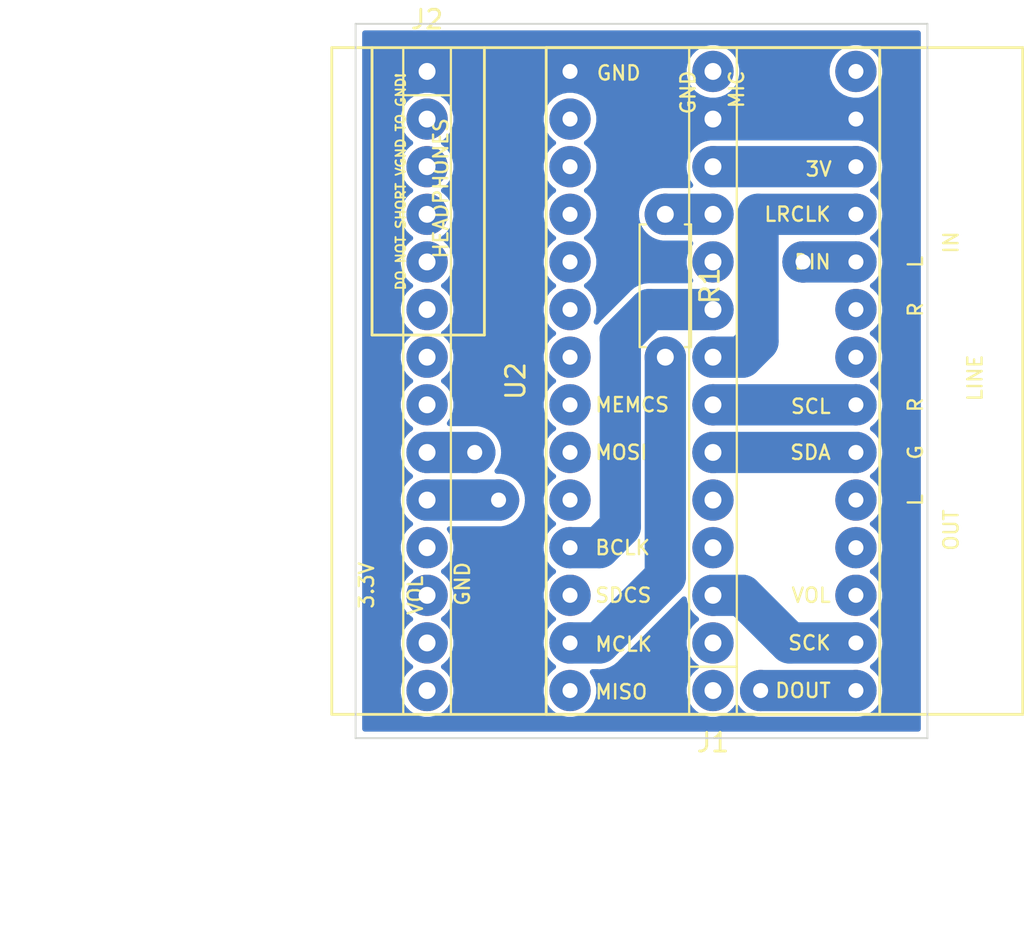
<source format=kicad_pcb>
(kicad_pcb (version 20171130) (host pcbnew "(5.1.6)-1")

  (general
    (thickness 1.6)
    (drawings 6)
    (tracks 30)
    (zones 0)
    (modules 4)
    (nets 46)
  )

  (page A4)
  (layers
    (0 F.Cu signal)
    (31 B.Cu signal)
    (32 B.Adhes user)
    (33 F.Adhes user)
    (34 B.Paste user)
    (35 F.Paste user)
    (36 B.SilkS user)
    (37 F.SilkS user)
    (38 B.Mask user)
    (39 F.Mask user)
    (40 Dwgs.User user)
    (41 Cmts.User user)
    (42 Eco1.User user)
    (43 Eco2.User user)
    (44 Edge.Cuts user)
    (45 Margin user)
    (46 B.CrtYd user)
    (47 F.CrtYd user)
    (48 B.Fab user)
    (49 F.Fab user)
  )

  (setup
    (last_trace_width 0.25)
    (user_trace_width 1)
    (user_trace_width 1.5)
    (user_trace_width 2.2)
    (trace_clearance 0.2)
    (zone_clearance 0.508)
    (zone_45_only no)
    (trace_min 0.2)
    (via_size 0.8)
    (via_drill 0.4)
    (via_min_size 0.4)
    (via_min_drill 0.3)
    (user_via 2.2 0.8)
    (uvia_size 0.3)
    (uvia_drill 0.1)
    (uvias_allowed no)
    (uvia_min_size 0.2)
    (uvia_min_drill 0.1)
    (edge_width 0.1)
    (segment_width 0.2)
    (pcb_text_width 0.3)
    (pcb_text_size 1.5 1.5)
    (mod_edge_width 0.15)
    (mod_text_size 1 1)
    (mod_text_width 0.15)
    (pad_size 2.2 2.2)
    (pad_drill 0.9)
    (pad_to_mask_clearance 0)
    (aux_axis_origin 44.45 66.04)
    (visible_elements 7FFFFFFF)
    (pcbplotparams
      (layerselection 0x010fc_ffffffff)
      (usegerberextensions false)
      (usegerberattributes true)
      (usegerberadvancedattributes true)
      (creategerberjobfile true)
      (excludeedgelayer true)
      (linewidth 0.100000)
      (plotframeref false)
      (viasonmask false)
      (mode 1)
      (useauxorigin false)
      (hpglpennumber 1)
      (hpglpenspeed 20)
      (hpglpendiameter 15.000000)
      (psnegative false)
      (psa4output false)
      (plotreference true)
      (plotvalue true)
      (plotinvisibletext false)
      (padsonsilk false)
      (subtractmaskfromsilk false)
      (outputformat 1)
      (mirror false)
      (drillshape 1)
      (scaleselection 1)
      (outputdirectory ""))
  )

  (net 0 "")
  (net 1 T41_VIN)
  (net 2 GND)
  (net 3 T41_3.3V)
  (net 4 MCLK1)
  (net 5 "Net-(J1-Pad10)")
  (net 6 BCLK1)
  (net 7 LRCLK1)
  (net 8 I2C_SCL)
  (net 9 I2C_SCA)
  (net 10 "Net-(J1-Pad5)")
  (net 11 "Net-(J1-Pad4)")
  (net 12 I2C_SCLK)
  (net 13 "Net-(J1-Pad2)")
  (net 14 T3_SCLK)
  (net 15 T41_RX)
  (net 16 T41_TX)
  (net 17 "Net-(J2-Pad4)")
  (net 18 "Net-(J2-Pad5)")
  (net 19 "Net-(J2-Pad6)")
  (net 20 "Net-(J2-Pad7)")
  (net 21 I2S_RX1B)
  (net 22 I2S_TX1A)
  (net 23 I2S_RX1A)
  (net 24 T3_CD)
  (net 25 T3_LED_CS)
  (net 26 T3_MOSI)
  (net 27 T3_MISO)
  (net 28 "Net-(R1-Pad2)")
  (net 29 "Net-(U2-Pad2)")
  (net 30 "Net-(U2-Pad3)")
  (net 31 "Net-(U2-Pad4)")
  (net 32 "Net-(U2-Pad5)")
  (net 33 "Net-(U2-Pad6)")
  (net 34 "Net-(U2-Pad7)")
  (net 35 "Net-(U2-Pad8)")
  (net 36 "Net-(U2-Pad9)")
  (net 37 "Net-(U2-Pad10)")
  (net 38 "Net-(U2-Pad12)")
  (net 39 "Net-(U2-Pad14)")
  (net 40 "Net-(U2-Pad17)")
  (net 41 "Net-(U2-Pad18)")
  (net 42 "Net-(U2-Pad19)")
  (net 43 "Net-(U2-Pad22)")
  (net 44 "Net-(U2-Pad23)")
  (net 45 "Net-(U2-Pad28)")

  (net_class Default "This is the default net class."
    (clearance 0.2)
    (trace_width 0.25)
    (via_dia 0.8)
    (via_drill 0.4)
    (uvia_dia 0.3)
    (uvia_drill 0.1)
    (add_net BCLK1)
    (add_net GND)
    (add_net I2C_SCA)
    (add_net I2C_SCL)
    (add_net I2C_SCLK)
    (add_net I2S_RX1A)
    (add_net I2S_RX1B)
    (add_net I2S_TX1A)
    (add_net LRCLK1)
    (add_net MCLK1)
    (add_net "Net-(J1-Pad10)")
    (add_net "Net-(J1-Pad2)")
    (add_net "Net-(J1-Pad4)")
    (add_net "Net-(J1-Pad5)")
    (add_net "Net-(J2-Pad4)")
    (add_net "Net-(J2-Pad5)")
    (add_net "Net-(J2-Pad6)")
    (add_net "Net-(J2-Pad7)")
    (add_net "Net-(R1-Pad2)")
    (add_net "Net-(U2-Pad10)")
    (add_net "Net-(U2-Pad12)")
    (add_net "Net-(U2-Pad14)")
    (add_net "Net-(U2-Pad17)")
    (add_net "Net-(U2-Pad18)")
    (add_net "Net-(U2-Pad19)")
    (add_net "Net-(U2-Pad2)")
    (add_net "Net-(U2-Pad22)")
    (add_net "Net-(U2-Pad23)")
    (add_net "Net-(U2-Pad28)")
    (add_net "Net-(U2-Pad3)")
    (add_net "Net-(U2-Pad4)")
    (add_net "Net-(U2-Pad5)")
    (add_net "Net-(U2-Pad6)")
    (add_net "Net-(U2-Pad7)")
    (add_net "Net-(U2-Pad8)")
    (add_net "Net-(U2-Pad9)")
    (add_net T3_CD)
    (add_net T3_LED_CS)
    (add_net T3_MISO)
    (add_net T3_MOSI)
    (add_net T3_SCLK)
    (add_net T41_3.3V)
    (add_net T41_RX)
    (add_net T41_TX)
    (add_net T41_VIN)
  )

  (module 0_my_footprints:myPinSocket_1x14 (layer F.Cu) (tedit 64E24243) (tstamp 6633D699)
    (at 63.5 63.5 180)
    (descr "8.4mm tall socket strip, 1x14, 2.54mm pitch, from kicad_pinsockets.pm")
    (tags "Through hole socket strip THT 1x14 2.54mm single row")
    (path /66354B03)
    (fp_text reference J1 (at 0 -2.77) (layer F.SilkS)
      (effects (font (size 1 1) (thickness 0.15)))
    )
    (fp_text value trensy41_15-40 (at -3.81 -2.54) (layer F.Fab)
      (effects (font (size 1 1) (thickness 0.15)))
    )
    (fp_line (start -1.27 34.29) (end -1.27 -1.27) (layer F.SilkS) (width 0.12))
    (fp_line (start -1.27 -1.27) (end 1.27 -1.27) (layer F.SilkS) (width 0.12))
    (fp_line (start 1.27 -1.27) (end 1.27 34.29) (layer F.SilkS) (width 0.12))
    (fp_line (start 1.27 34.29) (end -1.27 34.29) (layer F.SilkS) (width 0.12))
    (fp_line (start -1.27 1.27) (end 1.27 1.27) (layer F.SilkS) (width 0.12))
    (pad 14 thru_hole circle (at 0 33.02 180) (size 2.2 2.2) (drill 0.9) (layers *.Cu *.Mask)
      (net 1 T41_VIN))
    (pad 13 thru_hole circle (at 0 30.48 180) (size 2.2 2.2) (drill 0.9) (layers *.Cu *.Mask)
      (net 2 GND))
    (pad 12 thru_hole circle (at 0 27.94 180) (size 2.2 2.2) (drill 0.9) (layers *.Cu *.Mask)
      (net 3 T41_3.3V))
    (pad 11 thru_hole circle (at 0 25.4 180) (size 2.2 2.2) (drill 0.9) (layers *.Cu *.Mask)
      (net 4 MCLK1))
    (pad 10 thru_hole circle (at 0 22.86 180) (size 2.2 2.2) (drill 0.9) (layers *.Cu *.Mask)
      (net 5 "Net-(J1-Pad10)"))
    (pad 9 thru_hole circle (at 0 20.32 180) (size 2.2 2.2) (drill 0.9) (layers *.Cu *.Mask)
      (net 6 BCLK1))
    (pad 8 thru_hole circle (at 0 17.78 180) (size 2.2 2.2) (drill 0.9) (layers *.Cu *.Mask)
      (net 7 LRCLK1))
    (pad 7 thru_hole circle (at 0 15.24 180) (size 2.2 2.2) (drill 0.9) (layers *.Cu *.Mask)
      (net 8 I2C_SCL))
    (pad 6 thru_hole circle (at 0 12.7 180) (size 2.2 2.2) (drill 0.9) (layers *.Cu *.Mask)
      (net 9 I2C_SCA))
    (pad 5 thru_hole circle (at 0 10.16 180) (size 2.2 2.2) (drill 0.9) (layers *.Cu *.Mask)
      (net 10 "Net-(J1-Pad5)"))
    (pad 4 thru_hole circle (at 0 7.62 180) (size 2.2 2.2) (drill 0.9) (layers *.Cu *.Mask)
      (net 11 "Net-(J1-Pad4)"))
    (pad 3 thru_hole circle (at 0 5.08 180) (size 2.2 2.2) (drill 0.9) (layers *.Cu *.Mask)
      (net 12 I2C_SCLK))
    (pad 2 thru_hole circle (at 0 2.54 180) (size 2.2 2.2) (drill 0.9) (layers *.Cu *.Mask)
      (net 13 "Net-(J1-Pad2)"))
    (pad 1 thru_hole circle (at 0 0 180) (size 2.2 2.2) (drill 0.9) (layers *.Cu *.Mask)
      (net 14 T3_SCLK))
    (model ${MY_KICAD_LIBRARIES}/my_3d_files/pinSockets/myPinSocket_1x14.step
      (at (xyz 0 0 0))
      (scale (xyz 1 1 1))
      (rotate (xyz 0 0 0))
    )
  )

  (module 0_my_footprints:myPinSocket_1x14 (layer F.Cu) (tedit 66362435) (tstamp 6633D6B0)
    (at 48.26 30.48)
    (descr "8.4mm tall socket strip, 1x14, 2.54mm pitch, from kicad_pinsockets.pm")
    (tags "Through hole socket strip THT 1x14 2.54mm single row")
    (path /6634BEBF)
    (fp_text reference J2 (at 0 -2.77) (layer F.SilkS)
      (effects (font (size 1 1) (thickness 0.15)))
    )
    (fp_text value trensy41_0-14 (at 3.81 -2.54) (layer F.Fab)
      (effects (font (size 1 1) (thickness 0.15)))
    )
    (fp_line (start -1.27 1.27) (end 1.27 1.27) (layer F.SilkS) (width 0.12))
    (fp_line (start 1.27 34.29) (end -1.27 34.29) (layer F.SilkS) (width 0.12))
    (fp_line (start 1.27 -1.27) (end 1.27 34.29) (layer F.SilkS) (width 0.12))
    (fp_line (start -1.27 -1.27) (end 1.27 -1.27) (layer F.SilkS) (width 0.12))
    (fp_line (start -1.27 34.29) (end -1.27 -1.27) (layer F.SilkS) (width 0.12))
    (pad 1 thru_hole circle (at 0 0) (size 2.2 2.2) (drill 0.9) (layers *.Cu *.Mask)
      (net 2 GND))
    (pad 2 thru_hole circle (at 0 2.54) (size 2.2 2.2) (drill 0.9) (layers *.Cu *.Mask)
      (net 15 T41_RX))
    (pad 3 thru_hole circle (at 0 5.08) (size 2.2 2.2) (drill 0.9) (layers *.Cu *.Mask)
      (net 16 T41_TX))
    (pad 4 thru_hole circle (at 0 7.62) (size 2.2 2.2) (drill 0.9) (layers *.Cu *.Mask)
      (net 17 "Net-(J2-Pad4)"))
    (pad 5 thru_hole circle (at 0 10.16) (size 2.2 2.2) (drill 0.9) (layers *.Cu *.Mask)
      (net 18 "Net-(J2-Pad5)"))
    (pad 6 thru_hole circle (at 0 12.7) (size 2.2 2.2) (drill 0.9) (layers *.Cu *.Mask)
      (net 19 "Net-(J2-Pad6)"))
    (pad 7 thru_hole circle (at 0 15.24) (size 2.2 2.2) (drill 0.9) (layers *.Cu *.Mask)
      (net 20 "Net-(J2-Pad7)"))
    (pad 8 thru_hole circle (at 0 17.78) (size 2.2 2.2) (drill 0.9) (layers *.Cu *.Mask)
      (net 21 I2S_RX1B))
    (pad 9 thru_hole circle (at 0 20.32) (size 2.2 2.2) (drill 0.9) (layers *.Cu *.Mask)
      (net 22 I2S_TX1A))
    (pad 10 thru_hole circle (at 0 22.86) (size 2.2 2.2) (drill 0.9) (layers *.Cu *.Mask)
      (net 23 I2S_RX1A))
    (pad 11 thru_hole circle (at 0 25.4) (size 2.2 2.2) (drill 0.9) (layers *.Cu *.Mask)
      (net 24 T3_CD))
    (pad 12 thru_hole circle (at 0 27.94) (size 2.2 2.2) (drill 0.9) (layers *.Cu *.Mask)
      (net 25 T3_LED_CS))
    (pad 13 thru_hole circle (at 0 30.48) (size 2.2 2.2) (drill 0.9) (layers *.Cu *.Mask)
      (net 26 T3_MOSI))
    (pad 14 thru_hole circle (at 0 33.02) (size 2.2 2.2) (drill 0.9) (layers *.Cu *.Mask)
      (net 27 T3_MISO))
    (model ${MY_KICAD_LIBRARIES}/my_3d_files/pinSockets/myPinSocket_1x14.step
      (at (xyz 0 0 0))
      (scale (xyz 1 1 1))
      (rotate (xyz 0 0 0))
    )
  )

  (module 0_my_footprints:myResistor (layer F.Cu) (tedit 63C07D9D) (tstamp 6633D6C7)
    (at 60.96 38.1 270)
    (descr "Resistor, Axial_DIN0207 series, Axial, Horizontal, pin pitch=7.62mm, 0.25W = 1/4W, length*diameter=6.3*2.5mm^2, http://cdn-reichelt.de/documents/datenblatt/B400/1_4W%23YAG.pdf")
    (tags "Resistor Axial_DIN0207 series Axial Horizontal pin pitch 7.62mm 0.25W = 1/4W length 6.3mm diameter 2.5mm")
    (path /6652E99E)
    (fp_text reference R1 (at 3.81 -2.37 90) (layer F.SilkS)
      (effects (font (size 1 1) (thickness 0.15)))
    )
    (fp_text value 100 (at 3.81 2.37 90) (layer F.Fab)
      (effects (font (size 1 1) (thickness 0.15)))
    )
    (fp_line (start 8.67 -1.5) (end -1.05 -1.5) (layer F.CrtYd) (width 0.05))
    (fp_line (start 8.67 1.5) (end 8.67 -1.5) (layer F.CrtYd) (width 0.05))
    (fp_line (start -1.05 1.5) (end 8.67 1.5) (layer F.CrtYd) (width 0.05))
    (fp_line (start -1.05 -1.5) (end -1.05 1.5) (layer F.CrtYd) (width 0.05))
    (fp_line (start 7.08 1.37) (end 7.08 1.04) (layer F.SilkS) (width 0.12))
    (fp_line (start 0.54 1.37) (end 7.08 1.37) (layer F.SilkS) (width 0.12))
    (fp_line (start 0.54 1.04) (end 0.54 1.37) (layer F.SilkS) (width 0.12))
    (fp_line (start 7.08 -1.37) (end 7.08 -1.04) (layer F.SilkS) (width 0.12))
    (fp_line (start 0.54 -1.37) (end 7.08 -1.37) (layer F.SilkS) (width 0.12))
    (fp_line (start 0.54 -1.04) (end 0.54 -1.37) (layer F.SilkS) (width 0.12))
    (fp_line (start 7.62 0) (end 6.96 0) (layer F.Fab) (width 0.1))
    (fp_line (start 0 0) (end 0.66 0) (layer F.Fab) (width 0.1))
    (fp_line (start 6.96 -1.25) (end 0.66 -1.25) (layer F.Fab) (width 0.1))
    (fp_line (start 6.96 1.25) (end 6.96 -1.25) (layer F.Fab) (width 0.1))
    (fp_line (start 0.66 1.25) (end 6.96 1.25) (layer F.Fab) (width 0.1))
    (fp_line (start 0.66 -1.25) (end 0.66 1.25) (layer F.Fab) (width 0.1))
    (fp_text user %R (at 3.81 0 90) (layer F.Fab)
      (effects (font (size 1 1) (thickness 0.15)))
    )
    (pad 1 thru_hole circle (at 0 0 270) (size 2.2 2.2) (drill 0.9) (layers *.Cu *.Mask)
      (net 4 MCLK1))
    (pad 2 thru_hole circle (at 7.62 0 270) (size 2.2 2.2) (drill 0.9) (layers *.Cu *.Mask)
      (net 28 "Net-(R1-Pad2)"))
    (model ${KISYS3DMOD}/Resistor_THT.3dshapes/R_Axial_DIN0207_L6.3mm_D2.5mm_P7.62mm_Horizontal.wrl
      (at (xyz 0 0 0))
      (scale (xyz 1 1 1))
      (rotate (xyz 0 0 0))
    )
  )

  (module 0_my_teensy:audioShieldRevB (layer F.Cu) (tedit 6632C7BD) (tstamp 6633D710)
    (at 55.88 30.48 270)
    (path /663C0C59)
    (fp_text reference U2 (at 16.51 2.89814 90) (layer F.SilkS)
      (effects (font (size 1 1) (thickness 0.15)))
    )
    (fp_text value teensyAudioRevB (at 16.51 -7.62 270) (layer F.Fab)
      (effects (font (size 1 1) (thickness 0.15)))
    )
    (fp_line (start -1.27 1.27) (end 34.29 1.27) (layer F.SilkS) (width 0.15))
    (fp_line (start 34.29 1.27) (end 34.29 -16.51) (layer F.SilkS) (width 0.15))
    (fp_line (start 34.29 -16.51) (end -1.27 -16.51) (layer F.SilkS) (width 0.15))
    (fp_line (start -1.27 -16.51) (end -1.27 1.27) (layer F.SilkS) (width 0.15))
    (fp_line (start -1.27 -24.13) (end 34.29 -24.13) (layer F.SilkS) (width 0.15))
    (fp_line (start 34.29 -24.13) (end 34.29 12.7) (layer F.SilkS) (width 0.15))
    (fp_line (start 34.29 12.7) (end -1.27 12.7) (layer F.SilkS) (width 0.15))
    (fp_line (start -1.27 12.7) (end -1.27 -24.13) (layer F.SilkS) (width 0.15))
    (fp_line (start -1.26746 4.56438) (end 14.0589 4.56438) (layer F.SilkS) (width 0.15))
    (fp_line (start 14.0589 4.56438) (end 14.0589 10.5537) (layer F.SilkS) (width 0.15))
    (fp_line (start 14.0589 10.5537) (end -1.26746 10.5537) (layer F.SilkS) (width 0.15))
    (fp_text user 3.3V (at 27.40406 10.8458 90) (layer F.SilkS)
      (effects (font (size 0.762 0.762) (thickness 0.127)))
    )
    (fp_text user VOL (at 27.94 8.23976 90) (layer F.SilkS)
      (effects (font (size 0.762 0.762) (thickness 0.127)))
    )
    (fp_text user GND (at 27.331489 5.73278 90) (layer F.SilkS)
      (effects (font (size 0.762 0.762) (thickness 0.127)))
    )
    (fp_text user L (at 22.86 -18.415 90) (layer F.SilkS)
      (effects (font (size 0.762 0.762) (thickness 0.127)))
    )
    (fp_text user G (at 20.32 -18.415 90) (layer F.SilkS)
      (effects (font (size 0.762 0.762) (thickness 0.127)))
    )
    (fp_text user R (at 17.78 -18.415 90) (layer F.SilkS)
      (effects (font (size 0.762 0.762) (thickness 0.127)))
    )
    (fp_text user R (at 12.7 -18.415 90) (layer F.SilkS)
      (effects (font (size 0.762 0.762) (thickness 0.127)))
    )
    (fp_text user L (at 10.16 -18.415 90) (layer F.SilkS)
      (effects (font (size 0.762 0.762) (thickness 0.127)))
    )
    (fp_text user OUT (at 24.4602 -20.31238 90) (layer F.SilkS)
      (effects (font (size 0.762 0.762) (thickness 0.127)))
    )
    (fp_text user IN (at 9.1186 -20.30984 90) (layer F.SilkS)
      (effects (font (size 0.762 0.762) (thickness 0.127)))
    )
    (fp_text user GND (at 0.08636 -2.594852) (layer F.SilkS)
      (effects (font (size 0.762 0.762) (thickness 0.127)))
    )
    (fp_text user MIC (at 0.954314 -8.88238 90) (layer F.SilkS)
      (effects (font (size 0.762 0.762) (thickness 0.127)))
    )
    (fp_text user GND (at 1.1176 -6.29412 90) (layer F.SilkS)
      (effects (font (size 0.762 0.762) (thickness 0.127)))
    )
    (fp_text user SCK (at 30.48 -13.97 180) (layer F.SilkS)
      (effects (font (size 0.762 0.762) (thickness 0.127)) (justify right))
    )
    (fp_text user VOL (at 27.94 -13.97) (layer F.SilkS)
      (effects (font (size 0.762 0.762) (thickness 0.127)) (justify right))
    )
    (fp_text user 3V (at 5.20954 -13.254808) (layer F.SilkS)
      (effects (font (size 0.762 0.762) (thickness 0.127)))
    )
    (fp_text user LRCLK (at 7.62 -13.97) (layer F.SilkS)
      (effects (font (size 0.762 0.762) (thickness 0.127)) (justify right))
    )
    (fp_text user BCLK (at 25.4 -1.27) (layer F.SilkS)
      (effects (font (size 0.762 0.762) (thickness 0.127)) (justify left))
    )
    (fp_text user SCL (at 17.86636 -13.97) (layer F.SilkS)
      (effects (font (size 0.762 0.762) (thickness 0.127)) (justify right))
    )
    (fp_text user SDA (at 20.32 -13.97) (layer F.SilkS)
      (effects (font (size 0.762 0.762) (thickness 0.127)) (justify right))
    )
    (fp_text user MEMCS (at 17.78 -1.27 180) (layer F.SilkS)
      (effects (font (size 0.762 0.762) (thickness 0.127)) (justify left))
    )
    (fp_text user DIN (at 10.16 -13.97) (layer F.SilkS)
      (effects (font (size 0.762 0.762) (thickness 0.127)) (justify right))
    )
    (fp_text user DOUT (at 33.02 -13.97) (layer F.SilkS)
      (effects (font (size 0.762 0.762) (thickness 0.127)) (justify right))
    )
    (fp_text user SDCS (at 27.94 -1.27) (layer F.SilkS)
      (effects (font (size 0.762 0.762) (thickness 0.127)) (justify left))
    )
    (fp_text user MOSI (at 20.32 -1.27) (layer F.SilkS)
      (effects (font (size 0.762 0.762) (thickness 0.127)) (justify left))
    )
    (fp_text user MISO (at 33.09112 -1.27) (layer F.SilkS)
      (effects (font (size 0.762 0.762) (thickness 0.127)) (justify left))
    )
    (fp_text user HEADPHONES (at 6.23316 6.88594 90) (layer F.SilkS)
      (effects (font (size 0.762 0.762) (thickness 0.127)))
    )
    (fp_text user "DO NOT SHORT VGND TO GND!" (at 5.87756 9.02208 90) (layer F.SilkS)
      (effects (font (size 0.508 0.508) (thickness 0.1016)))
    )
    (fp_text user LINE (at 16.34236 -21.59 90) (layer F.SilkS)
      (effects (font (size 0.762 0.762) (thickness 0.127)))
    )
    (fp_text user MCLK (at 30.55112 -1.27) (layer F.SilkS)
      (effects (font (size 0.762 0.762) (thickness 0.127)) (justify left))
    )
    (pad 1 thru_hole circle (at 0 0 270) (size 2.2 2.2) (drill 0.8) (layers *.Cu *.Mask)
      (net 2 GND))
    (pad 2 thru_hole circle (at 2.54 0 270) (size 2.2 2.2) (drill 0.8) (layers *.Cu *.Mask)
      (net 29 "Net-(U2-Pad2)"))
    (pad 3 thru_hole circle (at 5.08 0 270) (size 2.2 2.2) (drill 0.8) (layers *.Cu *.Mask)
      (net 30 "Net-(U2-Pad3)"))
    (pad 4 thru_hole circle (at 7.62 0 270) (size 2.2 2.2) (drill 0.8) (layers *.Cu *.Mask)
      (net 31 "Net-(U2-Pad4)"))
    (pad 5 thru_hole circle (at 10.16 0 270) (size 2.2 2.2) (drill 0.8) (layers *.Cu *.Mask)
      (net 32 "Net-(U2-Pad5)"))
    (pad 6 thru_hole circle (at 12.7 0 270) (size 2.2 2.2) (drill 0.8) (layers *.Cu *.Mask)
      (net 33 "Net-(U2-Pad6)"))
    (pad 7 thru_hole circle (at 15.24 0 270) (size 2.2 2.2) (drill 0.8) (layers *.Cu *.Mask)
      (net 34 "Net-(U2-Pad7)"))
    (pad 8 thru_hole circle (at 17.78 0 270) (size 2.2 2.2) (drill 0.8) (layers *.Cu *.Mask)
      (net 35 "Net-(U2-Pad8)"))
    (pad 9 thru_hole circle (at 20.32 0 270) (size 2.2 2.2) (drill 0.8) (layers *.Cu *.Mask)
      (net 36 "Net-(U2-Pad9)"))
    (pad 10 thru_hole circle (at 22.86 0 270) (size 2.2 2.2) (drill 0.8) (layers *.Cu *.Mask)
      (net 37 "Net-(U2-Pad10)"))
    (pad 11 thru_hole circle (at 25.4 0 270) (size 2.2 2.2) (drill 0.8) (layers *.Cu *.Mask)
      (net 6 BCLK1))
    (pad 12 thru_hole circle (at 27.94 0 270) (size 2.2 2.2) (drill 0.8) (layers *.Cu *.Mask)
      (net 38 "Net-(U2-Pad12)"))
    (pad 13 thru_hole circle (at 30.48 0 270) (size 2.2 2.2) (drill 0.8) (layers *.Cu *.Mask)
      (net 28 "Net-(R1-Pad2)"))
    (pad 14 thru_hole circle (at 33.02 0 270) (size 2.2 2.2) (drill 0.8) (layers *.Cu *.Mask)
      (net 39 "Net-(U2-Pad14)"))
    (pad 15 thru_hole circle (at 33.02 -15.24 270) (size 2.2 2.2) (drill 0.8) (layers *.Cu *.Mask)
      (net 23 I2S_RX1A))
    (pad 16 thru_hole circle (at 30.48 -15.24 270) (size 2.2 2.2) (drill 0.8) (layers *.Cu *.Mask)
      (net 12 I2C_SCLK))
    (pad 17 thru_hole circle (at 27.94 -15.24 270) (size 2.2 2.2) (drill 0.8) (layers *.Cu *.Mask)
      (net 40 "Net-(U2-Pad17)"))
    (pad 18 thru_hole circle (at 25.4 -15.24 270) (size 2.2 2.2) (drill 0.8) (layers *.Cu *.Mask)
      (net 41 "Net-(U2-Pad18)"))
    (pad 19 thru_hole circle (at 22.86 -15.24 270) (size 2.2 2.2) (drill 0.8) (layers *.Cu *.Mask)
      (net 42 "Net-(U2-Pad19)"))
    (pad 20 thru_hole circle (at 20.32 -15.24 270) (size 2.2 2.2) (drill 0.8) (layers *.Cu *.Mask)
      (net 9 I2C_SCA))
    (pad 21 thru_hole circle (at 17.78 -15.24 270) (size 2.2 2.2) (drill 0.8) (layers *.Cu *.Mask)
      (net 8 I2C_SCL))
    (pad 22 thru_hole circle (at 15.24 -15.24 270) (size 2.2 2.2) (drill 0.8) (layers *.Cu *.Mask)
      (net 43 "Net-(U2-Pad22)"))
    (pad 23 thru_hole circle (at 12.7 -15.24 270) (size 2.2 2.2) (drill 0.8) (layers *.Cu *.Mask)
      (net 44 "Net-(U2-Pad23)"))
    (pad 24 thru_hole circle (at 10.16 -15.24 270) (size 2.2 2.2) (drill 0.8) (layers *.Cu *.Mask)
      (net 22 I2S_TX1A))
    (pad 25 thru_hole circle (at 7.62 -15.24 270) (size 2.2 2.2) (drill 0.8) (layers *.Cu *.Mask)
      (net 7 LRCLK1))
    (pad 26 thru_hole circle (at 5.08 -15.24 270) (size 2.2 2.2) (drill 0.8) (layers *.Cu *.Mask)
      (net 3 T41_3.3V))
    (pad 27 thru_hole circle (at 2.54 -15.24 270) (size 2.2 2.2) (drill 0.8) (layers *.Cu *.Mask)
      (net 2 GND))
    (pad 28 thru_hole circle (at 0 -15.24 270) (size 2.2 2.2) (drill 0.8) (layers *.Cu *.Mask)
      (net 45 "Net-(U2-Pad28)"))
    (model C:/src/kiCad/libraries/my_teensy/TeensyAudioBoard.step
      (offset (xyz -1.27 -12.7 8.5))
      (scale (xyz 1 1 1))
      (rotate (xyz 0 0 0))
    )
    (model C:/src/kiCad/libraries/my_3d_files/pinSockets/myPinSocket_1x14.step
      (at (xyz 0 0 0))
      (scale (xyz 1 1 1))
      (rotate (xyz 0 0 -90))
    )
    (model C:/src/kiCad/libraries/my_3d_files/pinSockets/myPinSocket_1x14.step
      (offset (xyz 0 15.24 0))
      (scale (xyz 1 1 1))
      (rotate (xyz 0 0 -90))
    )
  )

  (dimension 38.1 (width 0.15) (layer Dwgs.User)
    (gr_text "38.100 mm" (at 29.16 46.99 90) (layer Dwgs.User)
      (effects (font (size 1 1) (thickness 0.15)))
    )
    (feature1 (pts (xy 44.45 27.94) (xy 29.873579 27.94)))
    (feature2 (pts (xy 44.45 66.04) (xy 29.873579 66.04)))
    (crossbar (pts (xy 30.46 66.04) (xy 30.46 27.94)))
    (arrow1a (pts (xy 30.46 27.94) (xy 31.046421 29.066504)))
    (arrow1b (pts (xy 30.46 27.94) (xy 29.873579 29.066504)))
    (arrow2a (pts (xy 30.46 66.04) (xy 31.046421 64.913496)))
    (arrow2b (pts (xy 30.46 66.04) (xy 29.873579 64.913496)))
  )
  (dimension 30.48 (width 0.15) (layer Dwgs.User)
    (gr_text "30.480 mm" (at 59.69 77.89) (layer Dwgs.User)
      (effects (font (size 1 1) (thickness 0.15)))
    )
    (feature1 (pts (xy 74.93 66.04) (xy 74.93 77.176421)))
    (feature2 (pts (xy 44.45 66.04) (xy 44.45 77.176421)))
    (crossbar (pts (xy 44.45 76.59) (xy 74.93 76.59)))
    (arrow1a (pts (xy 74.93 76.59) (xy 73.803496 77.176421)))
    (arrow1b (pts (xy 74.93 76.59) (xy 73.803496 76.003579)))
    (arrow2a (pts (xy 44.45 76.59) (xy 45.576504 77.176421)))
    (arrow2b (pts (xy 44.45 76.59) (xy 45.576504 76.003579)))
  )
  (gr_line (start 44.45 27.94) (end 44.45 66.04) (layer Edge.Cuts) (width 0.1) (tstamp 66343ED0))
  (gr_line (start 74.93 27.94) (end 44.45 27.94) (layer Edge.Cuts) (width 0.1))
  (gr_line (start 74.93 66.04) (end 74.93 27.94) (layer Edge.Cuts) (width 0.1))
  (gr_line (start 44.45 66.04) (end 74.93 66.04) (layer Edge.Cuts) (width 0.1))

  (segment (start 63.5 35.56) (end 71.12 35.56) (width 2.2) (layer B.Cu) (net 3))
  (segment (start 60.96 38.1) (end 63.5 38.1) (width 2.2) (layer B.Cu) (net 4))
  (segment (start 60.105874 43.18) (end 63.5 43.18) (width 2.2) (layer B.Cu) (net 6))
  (segment (start 55.88 55.88) (end 57.435634 55.88) (width 2.2) (layer B.Cu) (net 6))
  (segment (start 58.55999 54.755644) (end 58.55999 44.725884) (width 2.2) (layer B.Cu) (net 6))
  (segment (start 58.55999 44.725884) (end 60.105874 43.18) (width 2.2) (layer B.Cu) (net 6))
  (segment (start 57.435634 55.88) (end 58.55999 54.755644) (width 2.2) (layer B.Cu) (net 6))
  (segment (start 65.90001 38.1) (end 65.90001 44.875624) (width 2.2) (layer B.Cu) (net 7))
  (segment (start 65.90001 44.875624) (end 65.055634 45.72) (width 2.2) (layer B.Cu) (net 7))
  (segment (start 71.12 38.1) (end 65.90001 38.1) (width 2.2) (layer B.Cu) (net 7))
  (segment (start 65.055634 45.72) (end 63.5 45.72) (width 2.2) (layer B.Cu) (net 7))
  (segment (start 63.5 48.26) (end 71.12 48.26) (width 2.2) (layer B.Cu) (net 8))
  (segment (start 63.5 50.8) (end 71.12 50.8) (width 2.2) (layer B.Cu) (net 9))
  (segment (start 67.595634 60.96) (end 71.12 60.96) (width 2.2) (layer B.Cu) (net 12))
  (segment (start 67.31 60.674366) (end 67.595634 60.96) (width 2.2) (layer B.Cu) (net 12))
  (segment (start 63.5 58.42) (end 65.055634 58.42) (width 2.2) (layer B.Cu) (net 12))
  (segment (start 65.055634 58.42) (end 67.31 60.674366) (width 2.2) (layer B.Cu) (net 12))
  (segment (start 48.26 50.8) (end 50.8 50.8) (width 2.2) (layer B.Cu) (net 22))
  (segment (start 50.8 50.8) (end 50.8 50.8) (width 2.2) (layer B.Cu) (net 22) (tstamp 66343D69))
  (segment (start 68.30002 40.64) (end 68.30002 40.64) (width 2.2) (layer B.Cu) (net 22) (tstamp 66343D67))
  (segment (start 71.12 40.64) (end 68.30002 40.64) (width 2.2) (layer B.Cu) (net 22))
  (via (at 68.30002 40.64) (size 2.2) (drill 0.8) (layers F.Cu B.Cu) (net 22))
  (via (at 50.8 50.8) (size 2.2) (drill 0.8) (layers F.Cu B.Cu) (net 22))
  (segment (start 71.12 63.5) (end 66.04 63.5) (width 2.2) (layer B.Cu) (net 23))
  (via (at 66.04 63.5) (size 2.2) (drill 0.8) (layers F.Cu B.Cu) (net 23))
  (via (at 52.07 53.34) (size 2.2) (drill 0.8) (layers F.Cu B.Cu) (net 23))
  (segment (start 48.26 53.34) (end 52.07 53.34) (width 2.2) (layer B.Cu) (net 23))
  (segment (start 60.96 57.435634) (end 57.435634 60.96) (width 2.2) (layer B.Cu) (net 28))
  (segment (start 57.435634 60.96) (end 55.88 60.96) (width 2.2) (layer B.Cu) (net 28))
  (segment (start 60.96 45.72) (end 60.96 57.435634) (width 2.2) (layer B.Cu) (net 28))

  (zone (net 2) (net_name GND) (layer B.Cu) (tstamp 0) (hatch edge 0.508)
    (connect_pads yes (clearance 0.3))
    (min_thickness 0.3)
    (fill yes (arc_segments 32) (thermal_gap 0.508) (thermal_bridge_width 0.508))
    (polygon
      (pts
        (xy 74.93 67.31) (xy 43.18 67.31) (xy 43.18 26.67) (xy 74.93 26.67)
      )
    )
    (filled_polygon
      (pts
        (xy 74.43 65.54) (xy 44.95 65.54) (xy 44.95 50.8) (xy 46.702501 50.8) (xy 46.71 50.876138)
        (xy 46.71 50.952662) (xy 46.724929 51.027717) (xy 46.732428 51.103853) (xy 46.754635 51.17706) (xy 46.769565 51.252118)
        (xy 46.798852 51.322822) (xy 46.821059 51.396029) (xy 46.857123 51.4635) (xy 46.886408 51.5342) (xy 46.928922 51.597828)
        (xy 46.964987 51.6653) (xy 47.013519 51.724437) (xy 47.056036 51.788068) (xy 47.110152 51.842184) (xy 47.158682 51.901318)
        (xy 47.217816 51.949848) (xy 47.271932 52.003964) (xy 47.335563 52.046481) (xy 47.364222 52.07) (xy 47.335563 52.093519)
        (xy 47.271932 52.136036) (xy 47.217816 52.190152) (xy 47.158682 52.238682) (xy 47.110152 52.297816) (xy 47.056036 52.351932)
        (xy 47.013519 52.415563) (xy 46.964987 52.4747) (xy 46.928922 52.542172) (xy 46.886408 52.6058) (xy 46.857123 52.6765)
        (xy 46.821059 52.743971) (xy 46.798852 52.817178) (xy 46.769565 52.887882) (xy 46.754635 52.96294) (xy 46.732428 53.036147)
        (xy 46.724929 53.112283) (xy 46.71 53.187338) (xy 46.71 53.263862) (xy 46.702501 53.34) (xy 46.71 53.416138)
        (xy 46.71 53.492662) (xy 46.724929 53.567717) (xy 46.732428 53.643853) (xy 46.754635 53.71706) (xy 46.769565 53.792118)
        (xy 46.798852 53.862822) (xy 46.821059 53.936029) (xy 46.857123 54.0035) (xy 46.886408 54.0742) (xy 46.928922 54.137828)
        (xy 46.964987 54.2053) (xy 47.013519 54.264437) (xy 47.056036 54.328068) (xy 47.110152 54.382184) (xy 47.158682 54.441318)
        (xy 47.217816 54.489848) (xy 47.271932 54.543964) (xy 47.335563 54.586481) (xy 47.367157 54.612409) (xy 47.271932 54.676036)
        (xy 47.056036 54.891932) (xy 46.886408 55.1458) (xy 46.769565 55.427882) (xy 46.71 55.727338) (xy 46.71 56.032662)
        (xy 46.769565 56.332118) (xy 46.886408 56.6142) (xy 47.056036 56.868068) (xy 47.271932 57.083964) (xy 47.370763 57.15)
        (xy 47.271932 57.216036) (xy 47.056036 57.431932) (xy 46.886408 57.6858) (xy 46.769565 57.967882) (xy 46.71 58.267338)
        (xy 46.71 58.572662) (xy 46.769565 58.872118) (xy 46.886408 59.1542) (xy 47.056036 59.408068) (xy 47.271932 59.623964)
        (xy 47.370763 59.69) (xy 47.271932 59.756036) (xy 47.056036 59.971932) (xy 46.886408 60.2258) (xy 46.769565 60.507882)
        (xy 46.71 60.807338) (xy 46.71 61.112662) (xy 46.769565 61.412118) (xy 46.886408 61.6942) (xy 47.056036 61.948068)
        (xy 47.271932 62.163964) (xy 47.370763 62.23) (xy 47.271932 62.296036) (xy 47.056036 62.511932) (xy 46.886408 62.7658)
        (xy 46.769565 63.047882) (xy 46.71 63.347338) (xy 46.71 63.652662) (xy 46.769565 63.952118) (xy 46.886408 64.2342)
        (xy 47.056036 64.488068) (xy 47.271932 64.703964) (xy 47.5258 64.873592) (xy 47.807882 64.990435) (xy 48.107338 65.05)
        (xy 48.412662 65.05) (xy 48.712118 64.990435) (xy 48.9942 64.873592) (xy 49.248068 64.703964) (xy 49.463964 64.488068)
        (xy 49.633592 64.2342) (xy 49.750435 63.952118) (xy 49.81 63.652662) (xy 49.81 63.347338) (xy 49.750435 63.047882)
        (xy 49.633592 62.7658) (xy 49.463964 62.511932) (xy 49.248068 62.296036) (xy 49.149237 62.23) (xy 49.248068 62.163964)
        (xy 49.463964 61.948068) (xy 49.633592 61.6942) (xy 49.750435 61.412118) (xy 49.81 61.112662) (xy 49.81 60.807338)
        (xy 49.750435 60.507882) (xy 49.633592 60.2258) (xy 49.463964 59.971932) (xy 49.248068 59.756036) (xy 49.149237 59.69)
        (xy 49.248068 59.623964) (xy 49.463964 59.408068) (xy 49.633592 59.1542) (xy 49.750435 58.872118) (xy 49.81 58.572662)
        (xy 49.81 58.267338) (xy 49.750435 57.967882) (xy 49.633592 57.6858) (xy 49.463964 57.431932) (xy 49.248068 57.216036)
        (xy 49.149237 57.15) (xy 49.248068 57.083964) (xy 49.463964 56.868068) (xy 49.633592 56.6142) (xy 49.750435 56.332118)
        (xy 49.81 56.032662) (xy 49.81 55.88) (xy 54.322501 55.88) (xy 54.33 55.956138) (xy 54.33 56.032662)
        (xy 54.344929 56.107717) (xy 54.352428 56.183853) (xy 54.374635 56.25706) (xy 54.389565 56.332118) (xy 54.418852 56.402822)
        (xy 54.441059 56.476029) (xy 54.477123 56.5435) (xy 54.506408 56.6142) (xy 54.548922 56.677828) (xy 54.584987 56.7453)
        (xy 54.633519 56.804437) (xy 54.676036 56.868068) (xy 54.730152 56.922184) (xy 54.778682 56.981318) (xy 54.837816 57.029848)
        (xy 54.891932 57.083964) (xy 54.955563 57.126481) (xy 54.987157 57.152409) (xy 54.891932 57.216036) (xy 54.676036 57.431932)
        (xy 54.506408 57.6858) (xy 54.389565 57.967882) (xy 54.33 58.267338) (xy 54.33 58.572662) (xy 54.389565 58.872118)
        (xy 54.506408 59.1542) (xy 54.676036 59.408068) (xy 54.891932 59.623964) (xy 54.987157 59.687591) (xy 54.955563 59.713519)
        (xy 54.891932 59.756036) (xy 54.837816 59.810152) (xy 54.778682 59.858682) (xy 54.730152 59.917816) (xy 54.676036 59.971932)
        (xy 54.633519 60.035563) (xy 54.584987 60.0947) (xy 54.548922 60.162172) (xy 54.506408 60.2258) (xy 54.477123 60.2965)
        (xy 54.441059 60.363971) (xy 54.418852 60.437178) (xy 54.389565 60.507882) (xy 54.374635 60.58294) (xy 54.352428 60.656147)
        (xy 54.344929 60.732283) (xy 54.33 60.807338) (xy 54.33 60.883862) (xy 54.322501 60.96) (xy 54.33 61.036138)
        (xy 54.33 61.112662) (xy 54.344929 61.187717) (xy 54.352428 61.263853) (xy 54.374635 61.33706) (xy 54.389565 61.412118)
        (xy 54.418852 61.482822) (xy 54.441059 61.556029) (xy 54.477123 61.6235) (xy 54.506408 61.6942) (xy 54.548922 61.757828)
        (xy 54.584987 61.8253) (xy 54.633519 61.884437) (xy 54.676036 61.948068) (xy 54.730152 62.002184) (xy 54.778682 62.061318)
        (xy 54.837816 62.109848) (xy 54.891932 62.163964) (xy 54.955563 62.206481) (xy 54.987157 62.232409) (xy 54.891932 62.296036)
        (xy 54.676036 62.511932) (xy 54.506408 62.7658) (xy 54.389565 63.047882) (xy 54.33 63.347338) (xy 54.33 63.652662)
        (xy 54.389565 63.952118) (xy 54.506408 64.2342) (xy 54.676036 64.488068) (xy 54.891932 64.703964) (xy 55.1458 64.873592)
        (xy 55.427882 64.990435) (xy 55.727338 65.05) (xy 56.032662 65.05) (xy 56.332118 64.990435) (xy 56.6142 64.873592)
        (xy 56.868068 64.703964) (xy 57.083964 64.488068) (xy 57.253592 64.2342) (xy 57.370435 63.952118) (xy 57.43 63.652662)
        (xy 57.43 63.347338) (xy 57.370435 63.047882) (xy 57.253592 62.7658) (xy 57.083964 62.511932) (xy 57.082032 62.51)
        (xy 57.359506 62.51) (xy 57.435634 62.517498) (xy 57.511762 62.51) (xy 57.511772 62.51) (xy 57.739487 62.487572)
        (xy 58.031663 62.398941) (xy 58.300934 62.255013) (xy 58.536952 62.061318) (xy 58.585491 62.002173) (xy 61.960785 58.62688)
        (xy 61.964929 58.647717) (xy 61.972428 58.723853) (xy 61.994635 58.79706) (xy 62.009565 58.872118) (xy 62.038852 58.942822)
        (xy 62.061059 59.016029) (xy 62.097123 59.0835) (xy 62.126408 59.1542) (xy 62.168922 59.217828) (xy 62.204987 59.2853)
        (xy 62.253519 59.344437) (xy 62.296036 59.408068) (xy 62.350152 59.462184) (xy 62.398682 59.521318) (xy 62.457816 59.569848)
        (xy 62.511932 59.623964) (xy 62.575563 59.666481) (xy 62.607157 59.692409) (xy 62.511932 59.756036) (xy 62.296036 59.971932)
        (xy 62.126408 60.2258) (xy 62.009565 60.507882) (xy 61.95 60.807338) (xy 61.95 61.112662) (xy 62.009565 61.412118)
        (xy 62.126408 61.6942) (xy 62.296036 61.948068) (xy 62.511932 62.163964) (xy 62.610763 62.23) (xy 62.511932 62.296036)
        (xy 62.296036 62.511932) (xy 62.126408 62.7658) (xy 62.009565 63.047882) (xy 61.95 63.347338) (xy 61.95 63.652662)
        (xy 62.009565 63.952118) (xy 62.126408 64.2342) (xy 62.296036 64.488068) (xy 62.511932 64.703964) (xy 62.7658 64.873592)
        (xy 63.047882 64.990435) (xy 63.347338 65.05) (xy 63.652662 65.05) (xy 63.952118 64.990435) (xy 64.2342 64.873592)
        (xy 64.488068 64.703964) (xy 64.703964 64.488068) (xy 64.767591 64.392843) (xy 64.793519 64.424437) (xy 64.836036 64.488068)
        (xy 64.890152 64.542184) (xy 64.938682 64.601318) (xy 64.997816 64.649848) (xy 65.051932 64.703964) (xy 65.115563 64.746481)
        (xy 65.1747 64.795013) (xy 65.242172 64.831078) (xy 65.3058 64.873592) (xy 65.3765 64.902877) (xy 65.443971 64.938941)
        (xy 65.517178 64.961148) (xy 65.587882 64.990435) (xy 65.66294 65.005365) (xy 65.736147 65.027572) (xy 65.812283 65.035071)
        (xy 65.887338 65.05) (xy 71.272662 65.05) (xy 71.347717 65.035071) (xy 71.423853 65.027572) (xy 71.49706 65.005365)
        (xy 71.572118 64.990435) (xy 71.642822 64.961148) (xy 71.716029 64.938941) (xy 71.7835 64.902877) (xy 71.8542 64.873592)
        (xy 71.917828 64.831078) (xy 71.9853 64.795013) (xy 72.044437 64.746481) (xy 72.108068 64.703964) (xy 72.162184 64.649848)
        (xy 72.221318 64.601318) (xy 72.269848 64.542184) (xy 72.323964 64.488068) (xy 72.366481 64.424437) (xy 72.415013 64.3653)
        (xy 72.451078 64.297828) (xy 72.493592 64.2342) (xy 72.522877 64.1635) (xy 72.558941 64.096029) (xy 72.581148 64.022822)
        (xy 72.610435 63.952118) (xy 72.625365 63.87706) (xy 72.647572 63.803853) (xy 72.655071 63.727717) (xy 72.67 63.652662)
        (xy 72.67 63.576138) (xy 72.677499 63.5) (xy 72.67 63.423862) (xy 72.67 63.347338) (xy 72.655071 63.272283)
        (xy 72.647572 63.196147) (xy 72.625365 63.12294) (xy 72.610435 63.047882) (xy 72.581148 62.977178) (xy 72.558941 62.903971)
        (xy 72.522877 62.8365) (xy 72.493592 62.7658) (xy 72.451078 62.702172) (xy 72.415013 62.6347) (xy 72.366481 62.575563)
        (xy 72.323964 62.511932) (xy 72.269848 62.457816) (xy 72.221318 62.398682) (xy 72.162184 62.350152) (xy 72.108068 62.296036)
        (xy 72.044437 62.253519) (xy 72.015778 62.23) (xy 72.044437 62.206481) (xy 72.108068 62.163964) (xy 72.162184 62.109848)
        (xy 72.221318 62.061318) (xy 72.269848 62.002184) (xy 72.323964 61.948068) (xy 72.366481 61.884437) (xy 72.415013 61.8253)
        (xy 72.451078 61.757828) (xy 72.493592 61.6942) (xy 72.522877 61.6235) (xy 72.558941 61.556029) (xy 72.581148 61.482822)
        (xy 72.610435 61.412118) (xy 72.625365 61.33706) (xy 72.647572 61.263853) (xy 72.655071 61.187717) (xy 72.67 61.112662)
        (xy 72.67 61.036138) (xy 72.677499 60.96) (xy 72.67 60.883862) (xy 72.67 60.807338) (xy 72.655071 60.732283)
        (xy 72.647572 60.656147) (xy 72.625365 60.58294) (xy 72.610435 60.507882) (xy 72.581148 60.437178) (xy 72.558941 60.363971)
        (xy 72.522877 60.2965) (xy 72.493592 60.2258) (xy 72.451078 60.162172) (xy 72.415013 60.0947) (xy 72.366481 60.035563)
        (xy 72.323964 59.971932) (xy 72.269848 59.917816) (xy 72.221318 59.858682) (xy 72.162184 59.810152) (xy 72.108068 59.756036)
        (xy 72.044437 59.713519) (xy 72.012843 59.687591) (xy 72.108068 59.623964) (xy 72.323964 59.408068) (xy 72.493592 59.1542)
        (xy 72.610435 58.872118) (xy 72.67 58.572662) (xy 72.67 58.267338) (xy 72.610435 57.967882) (xy 72.493592 57.6858)
        (xy 72.323964 57.431932) (xy 72.108068 57.216036) (xy 72.009237 57.15) (xy 72.108068 57.083964) (xy 72.323964 56.868068)
        (xy 72.493592 56.6142) (xy 72.610435 56.332118) (xy 72.67 56.032662) (xy 72.67 55.727338) (xy 72.610435 55.427882)
        (xy 72.493592 55.1458) (xy 72.323964 54.891932) (xy 72.108068 54.676036) (xy 72.009237 54.61) (xy 72.108068 54.543964)
        (xy 72.323964 54.328068) (xy 72.493592 54.0742) (xy 72.610435 53.792118) (xy 72.67 53.492662) (xy 72.67 53.187338)
        (xy 72.610435 52.887882) (xy 72.493592 52.6058) (xy 72.323964 52.351932) (xy 72.108068 52.136036) (xy 72.012843 52.072409)
        (xy 72.044437 52.046481) (xy 72.108068 52.003964) (xy 72.162184 51.949848) (xy 72.221318 51.901318) (xy 72.269848 51.842184)
        (xy 72.323964 51.788068) (xy 72.366481 51.724437) (xy 72.415013 51.6653) (xy 72.451078 51.597828) (xy 72.493592 51.5342)
        (xy 72.522877 51.4635) (xy 72.558941 51.396029) (xy 72.581148 51.322822) (xy 72.610435 51.252118) (xy 72.625365 51.17706)
        (xy 72.647572 51.103853) (xy 72.655071 51.027717) (xy 72.67 50.952662) (xy 72.67 50.876138) (xy 72.677499 50.8)
        (xy 72.67 50.723862) (xy 72.67 50.647338) (xy 72.655071 50.572283) (xy 72.647572 50.496147) (xy 72.625365 50.42294)
        (xy 72.610435 50.347882) (xy 72.581148 50.277178) (xy 72.558941 50.203971) (xy 72.522877 50.1365) (xy 72.493592 50.0658)
        (xy 72.451078 50.002172) (xy 72.415013 49.9347) (xy 72.366481 49.875563) (xy 72.323964 49.811932) (xy 72.269848 49.757816)
        (xy 72.221318 49.698682) (xy 72.162184 49.650152) (xy 72.108068 49.596036) (xy 72.044437 49.553519) (xy 72.015778 49.53)
        (xy 72.044437 49.506481) (xy 72.108068 49.463964) (xy 72.162184 49.409848) (xy 72.221318 49.361318) (xy 72.269848 49.302184)
        (xy 72.323964 49.248068) (xy 72.366481 49.184437) (xy 72.415013 49.1253) (xy 72.451078 49.057828) (xy 72.493592 48.9942)
        (xy 72.522877 48.9235) (xy 72.558941 48.856029) (xy 72.581148 48.782822) (xy 72.610435 48.712118) (xy 72.625365 48.63706)
        (xy 72.647572 48.563853) (xy 72.655071 48.487717) (xy 72.67 48.412662) (xy 72.67 48.336138) (xy 72.677499 48.26)
        (xy 72.67 48.183862) (xy 72.67 48.107338) (xy 72.655071 48.032283) (xy 72.647572 47.956147) (xy 72.625365 47.88294)
        (xy 72.610435 47.807882) (xy 72.581148 47.737178) (xy 72.558941 47.663971) (xy 72.522877 47.5965) (xy 72.493592 47.5258)
        (xy 72.451078 47.462172) (xy 72.415013 47.3947) (xy 72.366481 47.335563) (xy 72.323964 47.271932) (xy 72.269848 47.217816)
        (xy 72.221318 47.158682) (xy 72.162184 47.110152) (xy 72.108068 47.056036) (xy 72.044437 47.013519) (xy 72.012843 46.987591)
        (xy 72.108068 46.923964) (xy 72.323964 46.708068) (xy 72.493592 46.4542) (xy 72.610435 46.172118) (xy 72.67 45.872662)
        (xy 72.67 45.567338) (xy 72.610435 45.267882) (xy 72.493592 44.9858) (xy 72.323964 44.731932) (xy 72.108068 44.516036)
        (xy 72.009237 44.45) (xy 72.108068 44.383964) (xy 72.323964 44.168068) (xy 72.493592 43.9142) (xy 72.610435 43.632118)
        (xy 72.67 43.332662) (xy 72.67 43.027338) (xy 72.610435 42.727882) (xy 72.493592 42.4458) (xy 72.323964 42.191932)
        (xy 72.108068 41.976036) (xy 72.012843 41.912409) (xy 72.044437 41.886481) (xy 72.108068 41.843964) (xy 72.162184 41.789848)
        (xy 72.221318 41.741318) (xy 72.269848 41.682184) (xy 72.323964 41.628068) (xy 72.366481 41.564437) (xy 72.415013 41.5053)
        (xy 72.451078 41.437828) (xy 72.493592 41.3742) (xy 72.522877 41.3035) (xy 72.558941 41.236029) (xy 72.581148 41.162822)
        (xy 72.610435 41.092118) (xy 72.625365 41.01706) (xy 72.647572 40.943853) (xy 72.655071 40.867717) (xy 72.67 40.792662)
        (xy 72.67 40.716138) (xy 72.677499 40.64) (xy 72.67 40.563862) (xy 72.67 40.487338) (xy 72.655071 40.412283)
        (xy 72.647572 40.336147) (xy 72.625365 40.26294) (xy 72.610435 40.187882) (xy 72.581148 40.117178) (xy 72.558941 40.043971)
        (xy 72.522877 39.9765) (xy 72.493592 39.9058) (xy 72.451078 39.842172) (xy 72.415013 39.7747) (xy 72.366481 39.715563)
        (xy 72.323964 39.651932) (xy 72.269848 39.597816) (xy 72.221318 39.538682) (xy 72.162184 39.490152) (xy 72.108068 39.436036)
        (xy 72.044437 39.393519) (xy 72.015778 39.37) (xy 72.044437 39.346481) (xy 72.108068 39.303964) (xy 72.162184 39.249848)
        (xy 72.221318 39.201318) (xy 72.269848 39.142184) (xy 72.323964 39.088068) (xy 72.366481 39.024437) (xy 72.415013 38.9653)
        (xy 72.451078 38.897828) (xy 72.493592 38.8342) (xy 72.522877 38.7635) (xy 72.558941 38.696029) (xy 72.581148 38.622822)
        (xy 72.610435 38.552118) (xy 72.625365 38.47706) (xy 72.647572 38.403853) (xy 72.655071 38.327717) (xy 72.67 38.252662)
        (xy 72.67 38.176138) (xy 72.677499 38.1) (xy 72.67 38.023862) (xy 72.67 37.947338) (xy 72.655071 37.872283)
        (xy 72.647572 37.796147) (xy 72.625365 37.72294) (xy 72.610435 37.647882) (xy 72.581148 37.577178) (xy 72.558941 37.503971)
        (xy 72.522877 37.4365) (xy 72.493592 37.3658) (xy 72.451078 37.302172) (xy 72.415013 37.2347) (xy 72.366481 37.175563)
        (xy 72.323964 37.111932) (xy 72.269848 37.057816) (xy 72.221318 36.998682) (xy 72.162184 36.950152) (xy 72.108068 36.896036)
        (xy 72.044437 36.853519) (xy 72.015778 36.83) (xy 72.044437 36.806481) (xy 72.108068 36.763964) (xy 72.162184 36.709848)
        (xy 72.221318 36.661318) (xy 72.269848 36.602184) (xy 72.323964 36.548068) (xy 72.366481 36.484437) (xy 72.415013 36.4253)
        (xy 72.451078 36.357828) (xy 72.493592 36.2942) (xy 72.522877 36.2235) (xy 72.558941 36.156029) (xy 72.581148 36.082822)
        (xy 72.610435 36.012118) (xy 72.625365 35.93706) (xy 72.647572 35.863853) (xy 72.655071 35.787717) (xy 72.67 35.712662)
        (xy 72.67 35.636138) (xy 72.677499 35.56) (xy 72.67 35.483862) (xy 72.67 35.407338) (xy 72.655071 35.332283)
        (xy 72.647572 35.256147) (xy 72.625365 35.18294) (xy 72.610435 35.107882) (xy 72.581148 35.037178) (xy 72.558941 34.963971)
        (xy 72.522877 34.8965) (xy 72.493592 34.8258) (xy 72.451078 34.762172) (xy 72.415013 34.6947) (xy 72.366481 34.635563)
        (xy 72.323964 34.571932) (xy 72.269848 34.517816) (xy 72.221318 34.458682) (xy 72.162184 34.410152) (xy 72.108068 34.356036)
        (xy 72.044437 34.313519) (xy 71.9853 34.264987) (xy 71.917828 34.228922) (xy 71.8542 34.186408) (xy 71.7835 34.157123)
        (xy 71.716029 34.121059) (xy 71.642822 34.098852) (xy 71.572118 34.069565) (xy 71.49706 34.054635) (xy 71.423853 34.032428)
        (xy 71.347717 34.024929) (xy 71.272662 34.01) (xy 63.347338 34.01) (xy 63.272283 34.024929) (xy 63.196147 34.032428)
        (xy 63.12294 34.054635) (xy 63.047882 34.069565) (xy 62.977178 34.098852) (xy 62.903971 34.121059) (xy 62.8365 34.157123)
        (xy 62.7658 34.186408) (xy 62.702172 34.228922) (xy 62.6347 34.264987) (xy 62.575563 34.313519) (xy 62.511932 34.356036)
        (xy 62.457816 34.410152) (xy 62.398682 34.458682) (xy 62.350152 34.517816) (xy 62.296036 34.571932) (xy 62.253519 34.635563)
        (xy 62.204987 34.6947) (xy 62.168922 34.762172) (xy 62.126408 34.8258) (xy 62.097123 34.8965) (xy 62.061059 34.963971)
        (xy 62.038852 35.037178) (xy 62.009565 35.107882) (xy 61.994635 35.18294) (xy 61.972428 35.256147) (xy 61.964929 35.332283)
        (xy 61.95 35.407338) (xy 61.95 35.483862) (xy 61.942501 35.56) (xy 61.95 35.636138) (xy 61.95 35.712662)
        (xy 61.964929 35.787717) (xy 61.972428 35.863853) (xy 61.994635 35.93706) (xy 62.009565 36.012118) (xy 62.038852 36.082822)
        (xy 62.061059 36.156029) (xy 62.097123 36.2235) (xy 62.126408 36.2942) (xy 62.168922 36.357828) (xy 62.204987 36.4253)
        (xy 62.253519 36.484437) (xy 62.296036 36.548068) (xy 62.297968 36.55) (xy 60.807338 36.55) (xy 60.732283 36.564929)
        (xy 60.656147 36.572428) (xy 60.58294 36.594635) (xy 60.507882 36.609565) (xy 60.437178 36.638852) (xy 60.363971 36.661059)
        (xy 60.2965 36.697123) (xy 60.2258 36.726408) (xy 60.162172 36.768922) (xy 60.0947 36.804987) (xy 60.035563 36.853519)
        (xy 59.971932 36.896036) (xy 59.917816 36.950152) (xy 59.858682 36.998682) (xy 59.810152 37.057816) (xy 59.756036 37.111932)
        (xy 59.713519 37.175563) (xy 59.664987 37.2347) (xy 59.628922 37.302172) (xy 59.586408 37.3658) (xy 59.557123 37.4365)
        (xy 59.521059 37.503971) (xy 59.498852 37.577178) (xy 59.469565 37.647882) (xy 59.454635 37.72294) (xy 59.432428 37.796147)
        (xy 59.424929 37.872283) (xy 59.41 37.947338) (xy 59.41 38.023862) (xy 59.402501 38.1) (xy 59.41 38.176138)
        (xy 59.41 38.252662) (xy 59.424929 38.327717) (xy 59.432428 38.403853) (xy 59.454635 38.47706) (xy 59.469565 38.552118)
        (xy 59.498852 38.622822) (xy 59.521059 38.696029) (xy 59.557123 38.7635) (xy 59.586408 38.8342) (xy 59.628922 38.897828)
        (xy 59.664987 38.9653) (xy 59.713519 39.024437) (xy 59.756036 39.088068) (xy 59.810152 39.142184) (xy 59.858682 39.201318)
        (xy 59.917816 39.249848) (xy 59.971932 39.303964) (xy 60.035563 39.346481) (xy 60.0947 39.395013) (xy 60.162172 39.431078)
        (xy 60.2258 39.473592) (xy 60.2965 39.502877) (xy 60.363971 39.538941) (xy 60.437178 39.561148) (xy 60.507882 39.590435)
        (xy 60.58294 39.605365) (xy 60.656147 39.627572) (xy 60.732283 39.635071) (xy 60.807338 39.65) (xy 62.297968 39.65)
        (xy 62.296036 39.651932) (xy 62.126408 39.9058) (xy 62.009565 40.187882) (xy 61.95 40.487338) (xy 61.95 40.792662)
        (xy 62.009565 41.092118) (xy 62.126408 41.3742) (xy 62.296036 41.628068) (xy 62.297968 41.63) (xy 60.182001 41.63)
        (xy 60.105873 41.622502) (xy 60.029745 41.63) (xy 60.029736 41.63) (xy 59.802021 41.652428) (xy 59.509845 41.741059)
        (xy 59.240574 41.884987) (xy 59.004556 42.078682) (xy 58.956021 42.137822) (xy 57.517812 43.576032) (xy 57.458673 43.624566)
        (xy 57.410138 43.683706) (xy 57.410137 43.683707) (xy 57.286831 43.833955) (xy 57.370435 43.632118) (xy 57.43 43.332662)
        (xy 57.43 43.027338) (xy 57.370435 42.727882) (xy 57.253592 42.4458) (xy 57.083964 42.191932) (xy 56.868068 41.976036)
        (xy 56.769237 41.91) (xy 56.868068 41.843964) (xy 57.083964 41.628068) (xy 57.253592 41.3742) (xy 57.370435 41.092118)
        (xy 57.43 40.792662) (xy 57.43 40.487338) (xy 57.370435 40.187882) (xy 57.253592 39.9058) (xy 57.083964 39.651932)
        (xy 56.868068 39.436036) (xy 56.769237 39.37) (xy 56.868068 39.303964) (xy 57.083964 39.088068) (xy 57.253592 38.8342)
        (xy 57.370435 38.552118) (xy 57.43 38.252662) (xy 57.43 37.947338) (xy 57.370435 37.647882) (xy 57.253592 37.3658)
        (xy 57.083964 37.111932) (xy 56.868068 36.896036) (xy 56.769237 36.83) (xy 56.868068 36.763964) (xy 57.083964 36.548068)
        (xy 57.253592 36.2942) (xy 57.370435 36.012118) (xy 57.43 35.712662) (xy 57.43 35.407338) (xy 57.370435 35.107882)
        (xy 57.253592 34.8258) (xy 57.083964 34.571932) (xy 56.868068 34.356036) (xy 56.769237 34.29) (xy 56.868068 34.223964)
        (xy 57.083964 34.008068) (xy 57.253592 33.7542) (xy 57.370435 33.472118) (xy 57.43 33.172662) (xy 57.43 32.867338)
        (xy 57.370435 32.567882) (xy 57.253592 32.2858) (xy 57.083964 32.031932) (xy 56.868068 31.816036) (xy 56.6142 31.646408)
        (xy 56.332118 31.529565) (xy 56.032662 31.47) (xy 55.727338 31.47) (xy 55.427882 31.529565) (xy 55.1458 31.646408)
        (xy 54.891932 31.816036) (xy 54.676036 32.031932) (xy 54.506408 32.2858) (xy 54.389565 32.567882) (xy 54.33 32.867338)
        (xy 54.33 33.172662) (xy 54.389565 33.472118) (xy 54.506408 33.7542) (xy 54.676036 34.008068) (xy 54.891932 34.223964)
        (xy 54.990763 34.29) (xy 54.891932 34.356036) (xy 54.676036 34.571932) (xy 54.506408 34.8258) (xy 54.389565 35.107882)
        (xy 54.33 35.407338) (xy 54.33 35.712662) (xy 54.389565 36.012118) (xy 54.506408 36.2942) (xy 54.676036 36.548068)
        (xy 54.891932 36.763964) (xy 54.990763 36.83) (xy 54.891932 36.896036) (xy 54.676036 37.111932) (xy 54.506408 37.3658)
        (xy 54.389565 37.647882) (xy 54.33 37.947338) (xy 54.33 38.252662) (xy 54.389565 38.552118) (xy 54.506408 38.8342)
        (xy 54.676036 39.088068) (xy 54.891932 39.303964) (xy 54.990763 39.37) (xy 54.891932 39.436036) (xy 54.676036 39.651932)
        (xy 54.506408 39.9058) (xy 54.389565 40.187882) (xy 54.33 40.487338) (xy 54.33 40.792662) (xy 54.389565 41.092118)
        (xy 54.506408 41.3742) (xy 54.676036 41.628068) (xy 54.891932 41.843964) (xy 54.990763 41.91) (xy 54.891932 41.976036)
        (xy 54.676036 42.191932) (xy 54.506408 42.4458) (xy 54.389565 42.727882) (xy 54.33 43.027338) (xy 54.33 43.332662)
        (xy 54.389565 43.632118) (xy 54.506408 43.9142) (xy 54.676036 44.168068) (xy 54.891932 44.383964) (xy 54.990763 44.45)
        (xy 54.891932 44.516036) (xy 54.676036 44.731932) (xy 54.506408 44.9858) (xy 54.389565 45.267882) (xy 54.33 45.567338)
        (xy 54.33 45.872662) (xy 54.389565 46.172118) (xy 54.506408 46.4542) (xy 54.676036 46.708068) (xy 54.891932 46.923964)
        (xy 54.990763 46.99) (xy 54.891932 47.056036) (xy 54.676036 47.271932) (xy 54.506408 47.5258) (xy 54.389565 47.807882)
        (xy 54.33 48.107338) (xy 54.33 48.412662) (xy 54.389565 48.712118) (xy 54.506408 48.9942) (xy 54.676036 49.248068)
        (xy 54.891932 49.463964) (xy 54.990763 49.53) (xy 54.891932 49.596036) (xy 54.676036 49.811932) (xy 54.506408 50.0658)
        (xy 54.389565 50.347882) (xy 54.33 50.647338) (xy 54.33 50.952662) (xy 54.389565 51.252118) (xy 54.506408 51.5342)
        (xy 54.676036 51.788068) (xy 54.891932 52.003964) (xy 54.990763 52.07) (xy 54.891932 52.136036) (xy 54.676036 52.351932)
        (xy 54.506408 52.6058) (xy 54.389565 52.887882) (xy 54.33 53.187338) (xy 54.33 53.492662) (xy 54.389565 53.792118)
        (xy 54.506408 54.0742) (xy 54.676036 54.328068) (xy 54.891932 54.543964) (xy 54.987157 54.607591) (xy 54.955563 54.633519)
        (xy 54.891932 54.676036) (xy 54.837816 54.730152) (xy 54.778682 54.778682) (xy 54.730152 54.837816) (xy 54.676036 54.891932)
        (xy 54.633519 54.955563) (xy 54.584987 55.0147) (xy 54.548922 55.082172) (xy 54.506408 55.1458) (xy 54.477123 55.2165)
        (xy 54.441059 55.283971) (xy 54.418852 55.357178) (xy 54.389565 55.427882) (xy 54.374635 55.50294) (xy 54.352428 55.576147)
        (xy 54.344929 55.652283) (xy 54.33 55.727338) (xy 54.33 55.803862) (xy 54.322501 55.88) (xy 49.81 55.88)
        (xy 49.81 55.727338) (xy 49.750435 55.427882) (xy 49.633592 55.1458) (xy 49.463964 54.891932) (xy 49.462032 54.89)
        (xy 52.222662 54.89) (xy 52.297717 54.875071) (xy 52.373853 54.867572) (xy 52.44706 54.845365) (xy 52.522118 54.830435)
        (xy 52.592822 54.801148) (xy 52.666029 54.778941) (xy 52.7335 54.742877) (xy 52.8042 54.713592) (xy 52.867828 54.671078)
        (xy 52.9353 54.635013) (xy 52.994437 54.586481) (xy 53.058068 54.543964) (xy 53.112184 54.489848) (xy 53.171318 54.441318)
        (xy 53.219848 54.382184) (xy 53.273964 54.328068) (xy 53.316481 54.264437) (xy 53.365013 54.2053) (xy 53.401078 54.137828)
        (xy 53.443592 54.0742) (xy 53.472877 54.0035) (xy 53.508941 53.936029) (xy 53.531148 53.862822) (xy 53.560435 53.792118)
        (xy 53.575365 53.71706) (xy 53.597572 53.643853) (xy 53.605071 53.567717) (xy 53.62 53.492662) (xy 53.62 53.416138)
        (xy 53.627499 53.34) (xy 53.62 53.263862) (xy 53.62 53.187338) (xy 53.605071 53.112283) (xy 53.597572 53.036147)
        (xy 53.575365 52.96294) (xy 53.560435 52.887882) (xy 53.531148 52.817178) (xy 53.508941 52.743971) (xy 53.472877 52.6765)
        (xy 53.443592 52.6058) (xy 53.401078 52.542172) (xy 53.365013 52.4747) (xy 53.316481 52.415563) (xy 53.273964 52.351932)
        (xy 53.219848 52.297816) (xy 53.171318 52.238682) (xy 53.112184 52.190152) (xy 53.058068 52.136036) (xy 52.994437 52.093519)
        (xy 52.9353 52.044987) (xy 52.867828 52.008922) (xy 52.8042 51.966408) (xy 52.7335 51.937123) (xy 52.666029 51.901059)
        (xy 52.592822 51.878852) (xy 52.522118 51.849565) (xy 52.44706 51.834635) (xy 52.373853 51.812428) (xy 52.297717 51.804929)
        (xy 52.222662 51.79) (xy 52.002032 51.79) (xy 52.003964 51.788068) (xy 52.046481 51.724437) (xy 52.095013 51.6653)
        (xy 52.131078 51.597828) (xy 52.173592 51.5342) (xy 52.202877 51.4635) (xy 52.238941 51.396029) (xy 52.261148 51.322822)
        (xy 52.290435 51.252118) (xy 52.305365 51.17706) (xy 52.327572 51.103853) (xy 52.335071 51.027717) (xy 52.35 50.952662)
        (xy 52.35 50.876138) (xy 52.357499 50.8) (xy 52.35 50.723862) (xy 52.35 50.647338) (xy 52.335071 50.572283)
        (xy 52.327572 50.496147) (xy 52.305365 50.42294) (xy 52.290435 50.347882) (xy 52.261148 50.277178) (xy 52.238941 50.203971)
        (xy 52.202877 50.1365) (xy 52.173592 50.0658) (xy 52.131078 50.002172) (xy 52.095013 49.9347) (xy 52.046481 49.875563)
        (xy 52.003964 49.811932) (xy 51.949848 49.757816) (xy 51.901318 49.698682) (xy 51.842184 49.650152) (xy 51.788068 49.596036)
        (xy 51.724437 49.553519) (xy 51.6653 49.504987) (xy 51.597828 49.468922) (xy 51.5342 49.426408) (xy 51.4635 49.397123)
        (xy 51.396029 49.361059) (xy 51.322822 49.338852) (xy 51.252118 49.309565) (xy 51.17706 49.294635) (xy 51.103853 49.272428)
        (xy 51.027717 49.264929) (xy 50.952662 49.25) (xy 49.462032 49.25) (xy 49.463964 49.248068) (xy 49.633592 48.9942)
        (xy 49.750435 48.712118) (xy 49.81 48.412662) (xy 49.81 48.107338) (xy 49.750435 47.807882) (xy 49.633592 47.5258)
        (xy 49.463964 47.271932) (xy 49.248068 47.056036) (xy 49.149237 46.99) (xy 49.248068 46.923964) (xy 49.463964 46.708068)
        (xy 49.633592 46.4542) (xy 49.750435 46.172118) (xy 49.81 45.872662) (xy 49.81 45.567338) (xy 49.750435 45.267882)
        (xy 49.633592 44.9858) (xy 49.463964 44.731932) (xy 49.248068 44.516036) (xy 49.149237 44.45) (xy 49.248068 44.383964)
        (xy 49.463964 44.168068) (xy 49.633592 43.9142) (xy 49.750435 43.632118) (xy 49.81 43.332662) (xy 49.81 43.027338)
        (xy 49.750435 42.727882) (xy 49.633592 42.4458) (xy 49.463964 42.191932) (xy 49.248068 41.976036) (xy 49.149237 41.91)
        (xy 49.248068 41.843964) (xy 49.463964 41.628068) (xy 49.633592 41.3742) (xy 49.750435 41.092118) (xy 49.81 40.792662)
        (xy 49.81 40.487338) (xy 49.750435 40.187882) (xy 49.633592 39.9058) (xy 49.463964 39.651932) (xy 49.248068 39.436036)
        (xy 49.149237 39.37) (xy 49.248068 39.303964) (xy 49.463964 39.088068) (xy 49.633592 38.8342) (xy 49.750435 38.552118)
        (xy 49.81 38.252662) (xy 49.81 37.947338) (xy 49.750435 37.647882) (xy 49.633592 37.3658) (xy 49.463964 37.111932)
        (xy 49.248068 36.896036) (xy 49.149237 36.83) (xy 49.248068 36.763964) (xy 49.463964 36.548068) (xy 49.633592 36.2942)
        (xy 49.750435 36.012118) (xy 49.81 35.712662) (xy 49.81 35.407338) (xy 49.750435 35.107882) (xy 49.633592 34.8258)
        (xy 49.463964 34.571932) (xy 49.248068 34.356036) (xy 49.149237 34.29) (xy 49.248068 34.223964) (xy 49.463964 34.008068)
        (xy 49.633592 33.7542) (xy 49.750435 33.472118) (xy 49.81 33.172662) (xy 49.81 32.867338) (xy 49.750435 32.567882)
        (xy 49.633592 32.2858) (xy 49.463964 32.031932) (xy 49.248068 31.816036) (xy 48.9942 31.646408) (xy 48.712118 31.529565)
        (xy 48.412662 31.47) (xy 48.107338 31.47) (xy 47.807882 31.529565) (xy 47.5258 31.646408) (xy 47.271932 31.816036)
        (xy 47.056036 32.031932) (xy 46.886408 32.2858) (xy 46.769565 32.567882) (xy 46.71 32.867338) (xy 46.71 33.172662)
        (xy 46.769565 33.472118) (xy 46.886408 33.7542) (xy 47.056036 34.008068) (xy 47.271932 34.223964) (xy 47.370763 34.29)
        (xy 47.271932 34.356036) (xy 47.056036 34.571932) (xy 46.886408 34.8258) (xy 46.769565 35.107882) (xy 46.71 35.407338)
        (xy 46.71 35.712662) (xy 46.769565 36.012118) (xy 46.886408 36.2942) (xy 47.056036 36.548068) (xy 47.271932 36.763964)
        (xy 47.370763 36.83) (xy 47.271932 36.896036) (xy 47.056036 37.111932) (xy 46.886408 37.3658) (xy 46.769565 37.647882)
        (xy 46.71 37.947338) (xy 46.71 38.252662) (xy 46.769565 38.552118) (xy 46.886408 38.8342) (xy 47.056036 39.088068)
        (xy 47.271932 39.303964) (xy 47.370763 39.37) (xy 47.271932 39.436036) (xy 47.056036 39.651932) (xy 46.886408 39.9058)
        (xy 46.769565 40.187882) (xy 46.71 40.487338) (xy 46.71 40.792662) (xy 46.769565 41.092118) (xy 46.886408 41.3742)
        (xy 47.056036 41.628068) (xy 47.271932 41.843964) (xy 47.370763 41.91) (xy 47.271932 41.976036) (xy 47.056036 42.191932)
        (xy 46.886408 42.4458) (xy 46.769565 42.727882) (xy 46.71 43.027338) (xy 46.71 43.332662) (xy 46.769565 43.632118)
        (xy 46.886408 43.9142) (xy 47.056036 44.168068) (xy 47.271932 44.383964) (xy 47.370763 44.45) (xy 47.271932 44.516036)
        (xy 47.056036 44.731932) (xy 46.886408 44.9858) (xy 46.769565 45.267882) (xy 46.71 45.567338) (xy 46.71 45.872662)
        (xy 46.769565 46.172118) (xy 46.886408 46.4542) (xy 47.056036 46.708068) (xy 47.271932 46.923964) (xy 47.370763 46.99)
        (xy 47.271932 47.056036) (xy 47.056036 47.271932) (xy 46.886408 47.5258) (xy 46.769565 47.807882) (xy 46.71 48.107338)
        (xy 46.71 48.412662) (xy 46.769565 48.712118) (xy 46.886408 48.9942) (xy 47.056036 49.248068) (xy 47.271932 49.463964)
        (xy 47.367157 49.527591) (xy 47.335563 49.553519) (xy 47.271932 49.596036) (xy 47.217816 49.650152) (xy 47.158682 49.698682)
        (xy 47.110152 49.757816) (xy 47.056036 49.811932) (xy 47.013519 49.875563) (xy 46.964987 49.9347) (xy 46.928922 50.002172)
        (xy 46.886408 50.0658) (xy 46.857123 50.1365) (xy 46.821059 50.203971) (xy 46.798852 50.277178) (xy 46.769565 50.347882)
        (xy 46.754635 50.42294) (xy 46.732428 50.496147) (xy 46.724929 50.572283) (xy 46.71 50.647338) (xy 46.71 50.723862)
        (xy 46.702501 50.8) (xy 44.95 50.8) (xy 44.95 30.327338) (xy 61.95 30.327338) (xy 61.95 30.632662)
        (xy 62.009565 30.932118) (xy 62.126408 31.2142) (xy 62.296036 31.468068) (xy 62.511932 31.683964) (xy 62.7658 31.853592)
        (xy 63.047882 31.970435) (xy 63.347338 32.03) (xy 63.652662 32.03) (xy 63.952118 31.970435) (xy 64.2342 31.853592)
        (xy 64.488068 31.683964) (xy 64.703964 31.468068) (xy 64.873592 31.2142) (xy 64.990435 30.932118) (xy 65.05 30.632662)
        (xy 65.05 30.327338) (xy 69.57 30.327338) (xy 69.57 30.632662) (xy 69.629565 30.932118) (xy 69.746408 31.2142)
        (xy 69.916036 31.468068) (xy 70.131932 31.683964) (xy 70.3858 31.853592) (xy 70.667882 31.970435) (xy 70.967338 32.03)
        (xy 71.272662 32.03) (xy 71.572118 31.970435) (xy 71.8542 31.853592) (xy 72.108068 31.683964) (xy 72.323964 31.468068)
        (xy 72.493592 31.2142) (xy 72.610435 30.932118) (xy 72.67 30.632662) (xy 72.67 30.327338) (xy 72.610435 30.027882)
        (xy 72.493592 29.7458) (xy 72.323964 29.491932) (xy 72.108068 29.276036) (xy 71.8542 29.106408) (xy 71.572118 28.989565)
        (xy 71.272662 28.93) (xy 70.967338 28.93) (xy 70.667882 28.989565) (xy 70.3858 29.106408) (xy 70.131932 29.276036)
        (xy 69.916036 29.491932) (xy 69.746408 29.7458) (xy 69.629565 30.027882) (xy 69.57 30.327338) (xy 65.05 30.327338)
        (xy 64.990435 30.027882) (xy 64.873592 29.7458) (xy 64.703964 29.491932) (xy 64.488068 29.276036) (xy 64.2342 29.106408)
        (xy 63.952118 28.989565) (xy 63.652662 28.93) (xy 63.347338 28.93) (xy 63.047882 28.989565) (xy 62.7658 29.106408)
        (xy 62.511932 29.276036) (xy 62.296036 29.491932) (xy 62.126408 29.7458) (xy 62.009565 30.027882) (xy 61.95 30.327338)
        (xy 44.95 30.327338) (xy 44.95 28.44) (xy 74.430001 28.44)
      )
    )
  )
)

</source>
